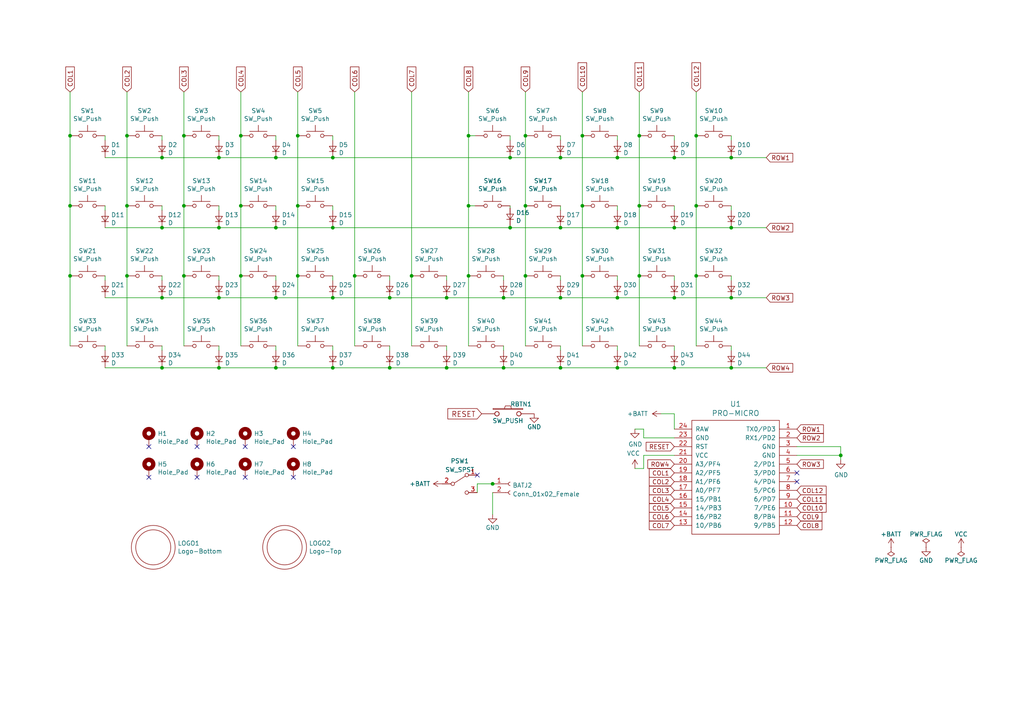
<source format=kicad_sch>
(kicad_sch (version 20230121) (generator eeschema)
  (paper "A4")
  (title_block (title "Horizon Choc") (date "2022-03-21") (rev "2.3") (company "skarrmann"))
  (lib_symbols
    (symbol "+BATT_1" (power) (pin_names (offset 0))
      (property "Value" "+BATT_1" (at 0 3.556 0))
      (symbol "+BATT_1_0_1"
        (polyline (pts (xy -0.762 1.27) (xy 0 2.54)))
        (polyline (pts (xy 0 0) (xy 0 2.54)))
        (polyline (pts (xy 0 2.54) (xy 0.762 1.27)))
      )
      (symbol "+BATT_1_1_1"
        (pin power_in line (at 0 0 90) (length 0) hide (name "+BATT") (number "1"))
      )
    )
    (symbol "Connector:Conn_01x02_Female" (pin_names (offset 1.016) hide)
      (property "Reference" "J" (at 0 2.54 0))
      (property "Value" "Conn_01x02_Female" (at 0 -5.08 0))
      (symbol "Conn_01x02_Female_1_1"
        (arc (start 0 -2.032) (mid -0.5058 -2.54) (end 0 -3.048) (stroke (width 0.1524)))
        (polyline (pts (xy -1.27 -2.54) (xy -0.508 -2.54)) (stroke (width 0.1524)))
        (polyline (pts (xy -1.27 0) (xy -0.508 0)) (stroke (width 0.1524)))
        (arc (start 0 0.508) (mid -0.5058 0) (end 0 -0.508) (stroke (width 0.1524)))
        (pin passive line (at -5.08 0 0) (length 3.81) (name "Pin_1") (number "1"))
        (pin passive line (at -5.08 -2.54 0) (length 3.81) (name "Pin_2") (number "2"))
      )
    )
    (symbol "Switch:SW_SPDT" (pin_names (offset 0) hide)
      (property "Reference" "SW" (at 0 4.318 0))
      (property "Value" "SW_SPDT" (at 0 -5.08 0))
      (symbol "SW_SPDT_0_0"
        (circle (center -2.032 0) (radius 0.508))
        (circle (center 2.032 -2.54) (radius 0.508))
      )
      (symbol "SW_SPDT_0_1"
        (polyline (pts (xy -1.524 0.254) (xy 1.651 2.286)))
        (circle (center 2.032 2.54) (radius 0.508))
      )
      (symbol "SW_SPDT_1_1"
        (pin passive line (at 5.08 2.54 180) (length 2.54) (name "A") (number "1"))
        (pin passive line (at -5.08 0 0) (length 2.54) (name "B") (number "2"))
        (pin passive line (at 5.08 -2.54 180) (length 2.54) (name "C") (number "3"))
      )
    )
    (symbol "horizon-components:D" (pin_numbers hide) (pin_names (offset 0.254) hide)
      (property "Reference" "D" (at -1.27 2.032 0))
      (property "Value" "D" (at -1.27 -2.032 0))
      (symbol "D_0_1"
        (polyline (pts (xy -0.762 -1.016) (xy -0.762 1.016)))
        (polyline (pts (xy -0.762 0) (xy 0.762 0)))
        (polyline (pts (xy 0.762 -1.016) (xy -0.762 0) (xy 0.762 1.016) (xy 0.762 -1.016)))
      )
      (symbol "D_1_1"
        (pin passive line (at -2.54 0 0) (length 1.778) (name "K") (number "1"))
        (pin passive line (at 2.54 0 180) (length 1.778) (name "A") (number "2"))
      )
    )
    (symbol "horizon-components:Hole_Pad" (pin_numbers hide) (pin_names (offset 1.016) hide)
      (property "Reference" "H" (at 0 6.35 0))
      (property "Value" "Hole_Pad" (at 0 4.445 0))
      (symbol "Hole_Pad_0_1"
        (circle (center 0 1.27) (radius 1.27) (stroke (width 1.27)))
      )
      (symbol "Hole_Pad_1_1"
        (pin input line (at 0 -2.54 90) (length 2.54) (name "1") (number "1"))
      )
    )
    (symbol "horizon-components:Logo" (pin_names (offset 1.016))
      (property "Reference" "LOGO" (at 0 -1.27 0))
      (property "Value" "Logo" (at 0 1.27 0))
      (symbol "Logo_0_1"
        (circle (center 0 0) (radius 5.08))
        (circle (center 0 0) (radius 6.35))
      )
    )
    (symbol "horizon-components:Pro-Micro" (pin_names (offset 1.016))
      (property "Reference" "U" (at 0 0 0))
      (property "Value" "Pro-Micro" (at 0 -19.05 0))
      (symbol "Pro-Micro_0_1"
        (rectangle (start -12.7 -16.51) (end 12.7 16.51))
      )
      (symbol "Pro-Micro_1_1"
        (pin input line (at -17.78 13.97 0) (length 5.08) (name "TX0/PD3") (number "1"))
        (pin input line (at -17.78 -8.89 0) (length 5.08) (name "7/PE6") (number "10"))
        (pin input line (at -17.78 -11.43 0) (length 5.08) (name "8/PB4") (number "11"))
        (pin input line (at -17.78 -13.97 0) (length 5.08) (name "9/PB5") (number "12"))
        (pin input line (at 17.78 -13.97 180) (length 5.08) (name "10/PB6") (number "13"))
        (pin input line (at 17.78 -11.43 180) (length 5.08) (name "16/PB2") (number "14"))
        (pin input line (at 17.78 -8.89 180) (length 5.08) (name "14/PB3") (number "15"))
        (pin input line (at 17.78 -6.35 180) (length 5.08) (name "15/PB1") (number "16"))
        (pin input line (at 17.78 -3.81 180) (length 5.08) (name "A0/PF7") (number "17"))
        (pin input line (at 17.78 -1.27 180) (length 5.08) (name "A1/PF6") (number "18"))
        (pin input line (at 17.78 1.27 180) (length 5.08) (name "A2/PF5") (number "19"))
        (pin input line (at -17.78 11.43 0) (length 5.08) (name "RX1/PD2") (number "2"))
        (pin input line (at 17.78 3.81 180) (length 5.08) (name "A3/PF4") (number "20"))
        (pin input line (at 17.78 6.35 180) (length 5.08) (name "VCC") (number "21"))
        (pin input line (at 17.78 8.89 180) (length 5.08) (name "RST") (number "22"))
        (pin input line (at 17.78 11.43 180) (length 5.08) (name "GND") (number "23"))
        (pin input line (at 17.78 13.97 180) (length 5.08) (name "RAW") (number "24"))
        (pin input line (at -17.78 8.89 0) (length 5.08) (name "GND") (number "3"))
        (pin input line (at -17.78 6.35 0) (length 5.08) (name "GND") (number "4"))
        (pin input line (at -17.78 3.81 0) (length 5.08) (name "2/PD1") (number "5"))
        (pin input line (at -17.78 1.27 0) (length 5.08) (name "3/PD0") (number "6"))
        (pin input line (at -17.78 -1.27 0) (length 5.08) (name "4/PD4") (number "7"))
        (pin input line (at -17.78 -3.81 0) (length 5.08) (name "5/PC6") (number "8"))
        (pin input line (at -17.78 -6.35 0) (length 5.08) (name "6/PD7") (number "9"))
      )
    )
    (symbol "horizon-components:SW_Push" (pin_numbers hide) (pin_names (offset 1.016) hide)
      (property "Reference" "SW" (at 1.27 2.54 0))
      (property "Value" "SW_Push" (at 0 -1.524 0))
      (symbol "SW_Push_0_1"
        (circle (center -2.032 0) (radius 0.508))
        (polyline (pts (xy 0 1.27) (xy 0 3.048)))
        (polyline (pts (xy 2.54 1.27) (xy -2.54 1.27)))
        (circle (center 2.032 0) (radius 0.508))
        (pin passive line (at -5.08 0 0) (length 2.54) (name "1") (number "1"))
        (pin passive line (at 5.08 0 180) (length 2.54) (name "2") (number "2"))
      )
    )
    (symbol "kbd:SW_PUSH" (pin_numbers hide) (pin_names (offset 1.016) hide)
      (property "Reference" "SW" (at 3.81 2.794 0))
      (property "Value" "SW_PUSH" (at 0 -2.032 0))
      (symbol "SW_PUSH_0_1"
        (rectangle (start -4.318 1.27) (end 4.318 1.524))
        (polyline (pts (xy -1.016 1.524) (xy -0.762 2.286) (xy 0.762 2.286) (xy 1.016 1.524)))
        (pin passive inverted (at -7.62 0 0) (length 5.08) (name "1") (number "1"))
        (pin passive inverted (at 7.62 0 180) (length 5.08) (name "2") (number "2"))
      )
    )
    (symbol "power:+BATT" (power) (pin_names (offset 0))
      (property "Value" "+BATT" (at 0 3.556 0))
      (symbol "+BATT_0_1"
        (polyline (pts (xy -0.762 1.27) (xy 0 2.54)))
        (polyline (pts (xy 0 0) (xy 0 2.54)))
        (polyline (pts (xy 0 2.54) (xy 0.762 1.27)))
      )
      (symbol "+BATT_1_1"
        (pin power_in line (at 0 0 90) (length 0) hide (name "+BATT") (number "1"))
      )
    )
    (symbol "power:GND" (power) (pin_names (offset 0))
      (property "Value" "GND" (at 0 -3.81 0))
      (symbol "GND_0_1"
        (polyline (pts (xy 0 0) (xy 0 -1.27) (xy 1.27 -1.27) (xy 0 -2.54) (xy -1.27 -1.27) (xy 0 -1.27)))
      )
      (symbol "GND_1_1"
        (pin power_in line (at 0 0 270) (length 0) hide (name "GND") (number "1"))
      )
    )
    (symbol "power:PWR_FLAG" (power) (pin_numbers hide) (pin_names (offset 0) hide)
      (property "Value" "PWR_FLAG" (at 0 3.81 0))
      (symbol "PWR_FLAG_0_0"
        (pin power_out line (at 0 0 90) (length 0) (name "pwr") (number "1"))
      )
      (symbol "PWR_FLAG_0_1"
        (polyline (pts (xy 0 0) (xy 0 1.27) (xy -1.016 1.905) (xy 0 2.54) (xy 1.016 1.905) (xy 0 1.27)))
      )
    )
    (symbol "power:VCC" (power) (pin_names (offset 0))
      (property "Value" "VCC" (at 0 3.81 0))
      (symbol "VCC_0_1"
        (polyline (pts (xy -0.762 1.27) (xy 0 2.54)))
        (polyline (pts (xy 0 0) (xy 0 2.54)))
        (polyline (pts (xy 0 2.54) (xy 0.762 1.27)))
      )
      (symbol "VCC_1_1"
        (pin power_in line (at 0 0 90) (length 0) hide (name "VCC") (number "1"))
      )
    )
  )
  (junction (at 46.99 66.04))
  (junction (at 212.09 86.36))
  (junction (at 212.09 106.68))
  (junction (at 168.91 80.01))
  (junction (at 53.34 39.37))
  (junction (at 36.83 59.69))
  (junction (at 212.09 45.72))
  (junction (at 179.07 45.72))
  (junction (at 36.83 39.37))
  (junction (at 195.58 66.04))
  (junction (at 201.93 80.01))
  (junction (at 129.54 106.68))
  (junction (at 147.955 66.04))
  (junction (at 80.01 66.04))
  (junction (at 135.89 39.37))
  (junction (at 113.03 86.36))
  (junction (at 152.4 80.01))
  (junction (at 195.58 45.72))
  (junction (at 63.5 106.68))
  (junction (at 147.955 45.72))
  (junction (at 168.91 59.69))
  (junction (at 36.83 80.01))
  (junction (at 135.89 59.69))
  (junction (at 80.01 45.72))
  (junction (at 152.4 59.69))
  (junction (at 53.34 80.01))
  (junction (at 119.38 80.01))
  (junction (at 195.58 86.36))
  (junction (at 46.99 86.36))
  (junction (at 46.99 45.72))
  (junction (at 129.54 86.36))
  (junction (at 20.32 59.69))
  (junction (at 212.09 66.04))
  (junction (at 96.52 66.04))
  (junction (at 162.56 66.04))
  (junction (at 96.52 106.68))
  (junction (at 152.4 39.37))
  (junction (at 96.52 45.72))
  (junction (at 86.36 59.69))
  (junction (at 102.87 80.01))
  (junction (at 201.93 39.37))
  (junction (at 96.52 86.36))
  (junction (at 185.42 59.69))
  (junction (at 20.32 80.01))
  (junction (at 146.05 106.68))
  (junction (at 69.85 80.01))
  (junction (at 162.56 86.36))
  (junction (at 46.99 106.68))
  (junction (at 243.84 132.08))
  (junction (at 86.36 39.37))
  (junction (at 63.5 66.04))
  (junction (at 20.32 39.37))
  (junction (at 179.07 86.36))
  (junction (at 195.58 106.68))
  (junction (at 63.5 45.72))
  (junction (at 53.34 59.69))
  (junction (at 113.03 106.68))
  (junction (at 63.5 86.36))
  (junction (at 142.875 140.335))
  (junction (at 185.42 39.37))
  (junction (at 80.01 106.68))
  (junction (at 162.56 45.72))
  (junction (at 179.07 66.04))
  (junction (at 69.85 39.37))
  (junction (at 185.42 80.01))
  (junction (at 162.56 106.68))
  (junction (at 168.91 39.37))
  (junction (at 135.89 80.01))
  (junction (at 69.85 59.69))
  (junction (at 146.05 86.36))
  (junction (at 80.01 86.36))
  (junction (at 86.36 80.01))
  (junction (at 179.07 106.68))
  (junction (at 201.93 59.69))
  (no_connect (at 231.14 139.7))
  (no_connect (at 85.09 138.43))
  (no_connect (at 138.43 137.795))
  (no_connect (at 85.09 129.54))
  (no_connect (at 57.15 138.43))
  (no_connect (at 71.12 129.54))
  (no_connect (at 43.18 129.54))
  (no_connect (at 231.14 137.16))
  (no_connect (at 43.18 138.43))
  (no_connect (at 57.15 129.54))
  (no_connect (at 71.12 138.43))
  (wire (pts (xy 20.32 26.67) (xy 20.32 39.37)))
  (wire (pts (xy 63.5 66.04) (xy 80.01 66.04)))
  (wire (pts (xy 231.14 129.54) (xy 243.84 129.54)))
  (wire (pts (xy 152.4 59.69) (xy 152.4 80.01)))
  (wire (pts (xy 179.07 106.68) (xy 195.58 106.68)))
  (wire (pts (xy 146.05 100.33) (xy 146.05 101.6)))
  (wire (pts (xy 179.07 80.01) (xy 179.07 81.28)))
  (wire (pts (xy 212.09 106.68) (xy 222.25 106.68)))
  (wire (pts (xy 135.89 39.37) (xy 135.89 59.69)))
  (wire (pts (xy 185.42 80.01) (xy 185.42 100.33)))
  (wire (pts (xy 195.58 39.37) (xy 195.58 40.64)))
  (wire (pts (xy 63.5 80.01) (xy 63.5 81.28)))
  (wire (pts (xy 86.36 59.69) (xy 86.36 80.01)))
  (wire (pts (xy 135.89 80.01) (xy 135.89 100.33)))
  (wire (pts (xy 212.09 66.04) (xy 222.25 66.04)))
  (wire (pts (xy 80.01 100.33) (xy 80.01 101.6)))
  (wire (pts (xy 30.48 86.36) (xy 46.99 86.36)))
  (wire (pts (xy 86.36 26.67) (xy 86.36 39.37)))
  (wire (pts (xy 162.56 106.68) (xy 179.07 106.68)))
  (wire (pts (xy 30.48 106.68) (xy 46.99 106.68)))
  (wire (pts (xy 46.99 66.04) (xy 63.5 66.04)))
  (wire (pts (xy 147.955 59.69) (xy 147.955 60.325)))
  (wire (pts (xy 63.5 45.72) (xy 80.01 45.72)))
  (wire (pts (xy 195.58 127) (xy 186.69 127)))
  (wire (pts (xy 86.36 80.01) (xy 86.36 100.33)))
  (wire (pts (xy 185.42 39.37) (xy 185.42 59.69)))
  (wire (pts (xy 168.91 39.37) (xy 168.91 59.69)))
  (wire (pts (xy 96.52 66.04) (xy 147.955 66.04)))
  (wire (pts (xy 212.09 45.72) (xy 222.25 45.72)))
  (wire (pts (xy 201.93 59.69) (xy 201.93 80.01)))
  (wire (pts (xy 63.5 86.36) (xy 80.01 86.36)))
  (wire (pts (xy 46.99 45.72) (xy 63.5 45.72)))
  (wire (pts (xy 186.69 127) (xy 186.69 124.46)))
  (wire (pts (xy 186.69 135.89) (xy 184.15 135.89)))
  (wire (pts (xy 179.07 39.37) (xy 179.07 40.64)))
  (wire (pts (xy 53.34 59.69) (xy 53.34 80.01)))
  (wire (pts (xy 195.58 132.08) (xy 186.69 132.08)))
  (wire (pts (xy 142.875 142.875) (xy 142.875 149.225)))
  (wire (pts (xy 146.05 86.36) (xy 162.56 86.36)))
  (wire (pts (xy 80.01 39.37) (xy 80.01 40.64)))
  (wire (pts (xy 147.955 66.04) (xy 162.56 66.04)))
  (wire (pts (xy 212.09 100.33) (xy 212.09 101.6)))
  (wire (pts (xy 46.99 39.37) (xy 46.99 40.64)))
  (wire (pts (xy 96.52 106.68) (xy 113.03 106.68)))
  (wire (pts (xy 20.32 39.37) (xy 20.32 59.69)))
  (wire (pts (xy 143.51 140.335) (xy 142.875 140.335)))
  (wire (pts (xy 46.99 59.69) (xy 46.99 60.96)))
  (wire (pts (xy 152.4 39.37) (xy 152.4 59.69)))
  (wire (pts (xy 162.56 100.33) (xy 162.56 101.6)))
  (wire (pts (xy 152.4 80.01) (xy 152.4 100.33)))
  (wire (pts (xy 195.58 86.36) (xy 212.09 86.36)))
  (wire (pts (xy 96.52 100.33) (xy 96.52 101.6)))
  (wire (pts (xy 113.03 80.01) (xy 113.03 81.28)))
  (wire (pts (xy 162.56 59.69) (xy 162.56 60.96)))
  (wire (pts (xy 46.99 86.36) (xy 63.5 86.36)))
  (wire (pts (xy 102.87 26.67) (xy 102.87 80.01)))
  (wire (pts (xy 212.09 86.36) (xy 222.25 86.36)))
  (wire (pts (xy 63.5 59.69) (xy 63.5 60.96)))
  (wire (pts (xy 195.58 66.04) (xy 212.09 66.04)))
  (wire (pts (xy 162.56 66.04) (xy 179.07 66.04)))
  (wire (pts (xy 186.69 132.08) (xy 186.69 135.89)))
  (wire (pts (xy 179.07 86.36) (xy 195.58 86.36)))
  (wire (pts (xy 243.84 129.54) (xy 243.84 132.08)))
  (wire (pts (xy 135.89 59.69) (xy 135.89 80.01)))
  (wire (pts (xy 53.34 26.67) (xy 53.34 39.37)))
  (wire (pts (xy 119.38 80.01) (xy 119.38 100.33)))
  (wire (pts (xy 96.52 80.01) (xy 96.52 81.28)))
  (wire (pts (xy 195.58 80.01) (xy 195.58 81.28)))
  (wire (pts (xy 201.93 39.37) (xy 201.93 59.69)))
  (wire (pts (xy 185.42 59.69) (xy 185.42 80.01)))
  (wire (pts (xy 36.83 26.67) (xy 36.83 39.37)))
  (wire (pts (xy 80.01 66.04) (xy 96.52 66.04)))
  (wire (pts (xy 113.03 106.68) (xy 129.54 106.68)))
  (wire (pts (xy 146.05 106.68) (xy 162.56 106.68)))
  (wire (pts (xy 46.99 106.68) (xy 63.5 106.68)))
  (wire (pts (xy 147.955 45.72) (xy 162.56 45.72)))
  (wire (pts (xy 96.52 39.37) (xy 96.52 40.64)))
  (wire (pts (xy 146.05 80.01) (xy 146.05 81.28)))
  (wire (pts (xy 195.58 106.68) (xy 212.09 106.68)))
  (wire (pts (xy 168.91 26.67) (xy 168.91 39.37)))
  (wire (pts (xy 179.07 45.72) (xy 195.58 45.72)))
  (wire (pts (xy 30.48 100.33) (xy 30.48 101.6)))
  (wire (pts (xy 30.48 66.04) (xy 46.99 66.04)))
  (wire (pts (xy 53.34 39.37) (xy 53.34 59.69)))
  (wire (pts (xy 20.32 59.69) (xy 20.32 80.01)))
  (wire (pts (xy 102.87 80.01) (xy 102.87 100.33)))
  (wire (pts (xy 195.58 45.72) (xy 212.09 45.72)))
  (wire (pts (xy 135.89 26.67) (xy 135.89 39.37)))
  (wire (pts (xy 53.34 80.01) (xy 53.34 100.33)))
  (wire (pts (xy 191.77 120.015) (xy 195.58 120.015)))
  (wire (pts (xy 69.85 26.67) (xy 69.85 39.37)))
  (wire (pts (xy 30.48 45.72) (xy 46.99 45.72)))
  (wire (pts (xy 147.955 65.405) (xy 147.955 66.04)))
  (wire (pts (xy 129.54 100.33) (xy 129.54 101.6)))
  (wire (pts (xy 195.58 59.69) (xy 195.58 60.96)))
  (wire (pts (xy 147.955 39.37) (xy 147.955 40.64)))
  (wire (pts (xy 80.01 45.72) (xy 96.52 45.72)))
  (wire (pts (xy 201.93 80.01) (xy 201.93 100.33)))
  (wire (pts (xy 30.48 80.01) (xy 30.48 81.28)))
  (wire (pts (xy 86.36 39.37) (xy 86.36 59.69)))
  (wire (pts (xy 96.52 45.72) (xy 147.955 45.72)))
  (wire (pts (xy 179.07 59.69) (xy 179.07 60.96)))
  (wire (pts (xy 168.91 59.69) (xy 168.91 80.01)))
  (wire (pts (xy 162.56 86.36) (xy 179.07 86.36)))
  (wire (pts (xy 69.85 59.69) (xy 69.85 80.01)))
  (wire (pts (xy 46.99 80.01) (xy 46.99 81.28)))
  (wire (pts (xy 80.01 80.01) (xy 80.01 81.28)))
  (wire (pts (xy 152.4 26.67) (xy 152.4 39.37)))
  (wire (pts (xy 138.43 140.335) (xy 138.43 142.875)))
  (wire (pts (xy 162.56 39.37) (xy 162.56 40.64)))
  (wire (pts (xy 212.09 39.37) (xy 212.09 40.64)))
  (wire (pts (xy 30.48 39.37) (xy 30.48 40.64)))
  (wire (pts (xy 195.58 100.33) (xy 195.58 101.6)))
  (wire (pts (xy 113.03 100.33) (xy 113.03 101.6)))
  (wire (pts (xy 195.58 120.015) (xy 195.58 124.46)))
  (wire (pts (xy 80.01 106.68) (xy 96.52 106.68)))
  (wire (pts (xy 212.09 59.69) (xy 212.09 60.96)))
  (wire (pts (xy 36.83 59.69) (xy 36.83 80.01)))
  (wire (pts (xy 96.52 86.36) (xy 113.03 86.36)))
  (wire (pts (xy 36.83 80.01) (xy 36.83 100.33)))
  (wire (pts (xy 162.56 45.72) (xy 179.07 45.72)))
  (wire (pts (xy 179.07 66.04) (xy 195.58 66.04)))
  (wire (pts (xy 243.84 132.08) (xy 243.84 133.35)))
  (wire (pts (xy 231.14 132.08) (xy 243.84 132.08)))
  (wire (pts (xy 80.01 59.69) (xy 80.01 60.96)))
  (wire (pts (xy 212.09 80.01) (xy 212.09 81.28)))
  (wire (pts (xy 69.85 39.37) (xy 69.85 59.69)))
  (wire (pts (xy 36.83 39.37) (xy 36.83 59.69)))
  (wire (pts (xy 80.01 86.36) (xy 96.52 86.36)))
  (wire (pts (xy 96.52 59.69) (xy 96.52 60.96)))
  (wire (pts (xy 129.54 80.01) (xy 129.54 81.28)))
  (wire (pts (xy 69.85 80.01) (xy 69.85 100.33)))
  (wire (pts (xy 185.42 26.67) (xy 185.42 39.37)))
  (wire (pts (xy 179.07 100.33) (xy 179.07 101.6)))
  (wire (pts (xy 63.5 39.37) (xy 63.5 40.64)))
  (wire (pts (xy 20.32 80.01) (xy 20.32 100.33)))
  (wire (pts (xy 129.54 106.68) (xy 146.05 106.68)))
  (wire (pts (xy 129.54 86.36) (xy 146.05 86.36)))
  (wire (pts (xy 63.5 100.33) (xy 63.5 101.6)))
  (wire (pts (xy 138.43 140.335) (xy 142.875 140.335)))
  (wire (pts (xy 113.03 86.36) (xy 129.54 86.36)))
  (wire (pts (xy 186.69 124.46) (xy 184.15 124.46)))
  (wire (pts (xy 135.89 39.37) (xy 137.795 39.37)))
  (wire (pts (xy 119.38 26.67) (xy 119.38 80.01)))
  (wire (pts (xy 168.91 80.01) (xy 168.91 100.33)))
  (wire (pts (xy 46.99 100.33) (xy 46.99 101.6)))
  (wire (pts (xy 30.48 59.69) (xy 30.48 60.96)))
  (wire (pts (xy 201.93 26.67) (xy 201.93 39.37)))
  (wire (pts (xy 135.89 59.69) (xy 137.795 59.69)))
  (wire (pts (xy 63.5 106.68) (xy 80.01 106.68)))
  (wire (pts (xy 162.56 80.01) (xy 162.56 81.28)))
  (global_label "COL10" (shape input) (at 168.91 26.67 90) (property "Intersheetrefs" "${INTERSHEET_REFS}" (effects hide)))
  (global_label "COL6" (shape input) (at 102.87 26.67 90) (property "Intersheetrefs" "${INTERSHEET_REFS}" (effects hide)))
  (global_label "COL8" (shape input) (at 231.14 152.4 0) (property "Intersheetrefs" "${INTERSHEET_REFS}" (effects hide)))
  (global_label "COL4" (shape input) (at 69.85 26.67 90) (property "Intersheetrefs" "${INTERSHEET_REFS}" (effects hide)))
  (global_label "COL9" (shape input) (at 152.4 26.67 90) (property "Intersheetrefs" "${INTERSHEET_REFS}" (effects hide)))
  (global_label "COL2" (shape input) (at 195.58 139.7 180) (property "Intersheetrefs" "${INTERSHEET_REFS}" (effects hide)))
  (global_label "ROW4" (shape input) (at 222.25 106.68 0) (property "Intersheetrefs" "${INTERSHEET_REFS}" (effects hide)))
  (global_label "ROW2" (shape input) (at 222.25 66.04 0) (property "Intersheetrefs" "${INTERSHEET_REFS}" (effects hide)))
  (global_label "COL9" (shape input) (at 231.14 149.86 0) (property "Intersheetrefs" "${INTERSHEET_REFS}" (effects hide)))
  (global_label "COL6" (shape input) (at 195.58 149.86 180) (property "Intersheetrefs" "${INTERSHEET_REFS}" (effects hide)))
  (global_label "COL5" (shape input) (at 195.58 147.32 180) (property "Intersheetrefs" "${INTERSHEET_REFS}" (effects hide)))
  (global_label "COL12" (shape input) (at 201.93 26.67 90) (property "Intersheetrefs" "${INTERSHEET_REFS}" (effects hide)))
  (global_label "RESET" (shape input) (at 195.58 129.54 180) (property "Intersheetrefs" "${INTERSHEET_REFS}" (effects hide)))
  (global_label "COL3" (shape input) (at 53.34 26.67 90) (property "Intersheetrefs" "${INTERSHEET_REFS}" (effects hide)))
  (global_label "COL1" (shape input) (at 20.32 26.67 90) (property "Intersheetrefs" "${INTERSHEET_REFS}" (effects hide)))
  (global_label "COL3" (shape input) (at 195.58 142.24 180) (property "Intersheetrefs" "${INTERSHEET_REFS}" (effects hide)))
  (global_label "COL10" (shape input) (at 231.14 147.32 0) (property "Intersheetrefs" "${INTERSHEET_REFS}" (effects hide)))
  (global_label "ROW1" (shape input) (at 222.25 45.72 0) (property "Intersheetrefs" "${INTERSHEET_REFS}" (effects hide)))
  (global_label "COL11" (shape input) (at 185.42 26.67 90) (property "Intersheetrefs" "${INTERSHEET_REFS}" (effects hide)))
  (global_label "COL11" (shape input) (at 231.14 144.78 0) (property "Intersheetrefs" "${INTERSHEET_REFS}" (effects hide)))
  (global_label "COL4" (shape input) (at 195.58 144.78 180) (property "Intersheetrefs" "${INTERSHEET_REFS}" (effects hide)))
  (global_label "ROW2" (shape input) (at 231.14 127 0) (property "Intersheetrefs" "${INTERSHEET_REFS}" (effects hide)))
  (global_label "COL8" (shape input) (at 135.89 26.67 90) (property "Intersheetrefs" "${INTERSHEET_REFS}" (effects hide)))
  (global_label "COL1" (shape input) (at 195.58 137.16 180) (property "Intersheetrefs" "${INTERSHEET_REFS}" (effects hide)))
  (global_label "RESET" (shape input) (at 139.7 120.015 180) (effects (font (size 1.524 1.524))) (property "Intersheetrefs" "${INTERSHEET_REFS}" (effects hide)))
  (global_label "ROW3" (shape input) (at 231.14 134.62 0) (property "Intersheetrefs" "${INTERSHEET_REFS}" (effects hide)))
  (global_label "COL5" (shape input) (at 86.36 26.67 90) (property "Intersheetrefs" "${INTERSHEET_REFS}" (effects hide)))
  (global_label "COL12" (shape input) (at 231.14 142.24 0) (property "Intersheetrefs" "${INTERSHEET_REFS}" (effects hide)))
  (global_label "ROW3" (shape input) (at 222.25 86.36 0) (property "Intersheetrefs" "${INTERSHEET_REFS}" (effects hide)))
  (global_label "ROW4" (shape input) (at 195.58 134.62 180) (property "Intersheetrefs" "${INTERSHEET_REFS}" (effects hide)))
  (global_label "COL7" (shape input) (at 119.38 26.67 90) (property "Intersheetrefs" "${INTERSHEET_REFS}" (effects hide)))
  (global_label "COL2" (shape input) (at 36.83 26.67 90) (property "Intersheetrefs" "${INTERSHEET_REFS}" (effects hide)))
  (global_label "ROW1" (shape input) (at 231.14 124.46 0) (property "Intersheetrefs" "${INTERSHEET_REFS}" (effects hide)))
  (global_label "COL7" (shape input) (at 195.58 152.4 180) (property "Intersheetrefs" "${INTERSHEET_REFS}" (effects hide)))
  (symbol (lib_id "horizon-components:SW_Push") (at 25.4 39.37 0) (unit 1)
    (property "Reference" "SW1" (at 25.4 32.131 0))
    (property "Value" "SW_Push" (at 25.4 34.4424 0))
    (property "Footprint" "horizon-footprints:SW_Choc" (effects hide))
  )
  (symbol (lib_id "horizon-components:SW_Push") (at 25.4 59.69 0) (unit 1)
    (property "Reference" "SW11" (at 25.4 52.451 0))
    (property "Value" "SW_Push" (at 25.4 54.7624 0))
    (property "Footprint" "horizon-footprints:SW_Choc" (effects hide))
  )
  (symbol (lib_id "horizon-components:D") (at 30.48 63.5 90) (unit 1)
    (property "Reference" "D11" (at 32.2072 62.3316 90) (effects (justify right)))
    (property "Value" "D" (at 32.2072 64.643 90) (effects (justify right)))
    (property "Footprint" "horizon-footprints:D_SOD-123" (effects hide))
  )
  (symbol (lib_id "horizon-components:Pro-Micro") (at 213.36 138.43 0) (mirror y) (unit 1)
    (property "Reference" "U1" (at 213.36 117.1702 0) (effects (font (size 1.524 1.524))))
    (property "Value" "PRO-MICRO" (at 213.36 119.8626 0) (effects (font (size 1.524 1.524))))
    (property "Footprint" "horizon-footprints:Pro-Micro" (effects hide))
  )
  (symbol (lib_id "power:GND") (at 243.84 133.35 0) (unit 1)
    (property "Reference" "#PWR04" (effects hide))
    (property "Value" "GND" (at 243.967 137.7442 0))
  )
  (symbol (lib_id "horizon-components:D") (at 30.48 43.18 90) (unit 1)
    (property "Reference" "D1" (at 32.2072 42.0116 90) (effects (justify right)))
    (property "Value" "D" (at 32.2072 44.323 90) (effects (justify right)))
    (property "Footprint" "horizon-footprints:D_SOD-123" (effects hide))
  )
  (symbol (lib_id "power:VCC") (at 184.15 135.89 0) (mirror y) (unit 1)
    (property "Reference" "#PWR05" (effects hide))
    (property "Value" "VCC" (at 183.7182 131.4958 0))
  )
  (symbol (lib_id "horizon-components:SW_Push") (at 25.4 80.01 0) (unit 1)
    (property "Reference" "SW21" (at 25.4 72.771 0))
    (property "Value" "SW_Push" (at 25.4 75.0824 0))
    (property "Footprint" "horizon-footprints:SW_Choc" (effects hide))
  )
  (symbol (lib_id "horizon-components:D") (at 30.48 83.82 90) (unit 1)
    (property "Reference" "D21" (at 32.2072 82.6516 90) (effects (justify right)))
    (property "Value" "D" (at 32.2072 84.963 90) (effects (justify right)))
    (property "Footprint" "horizon-footprints:D_SOD-123" (effects hide))
  )
  (symbol (lib_id "horizon-components:SW_Push") (at 25.4 100.33 0) (unit 1)
    (property "Reference" "SW33" (at 25.4 93.091 0))
    (property "Value" "SW_Push" (at 25.4 95.4024 0))
    (property "Footprint" "horizon-footprints:SW_Choc" (effects hide))
  )
  (symbol (lib_id "horizon-components:D") (at 30.48 104.14 90) (unit 1)
    (property "Reference" "D33" (at 32.2072 102.9716 90) (effects (justify right)))
    (property "Value" "D" (at 32.2072 105.283 90) (effects (justify right)))
    (property "Footprint" "horizon-footprints:D_SOD-123" (effects hide))
  )
  (symbol (lib_id "horizon-components:Hole_Pad") (at 43.18 127 0) (unit 1)
    (property "Reference" "H1" (at 45.72 125.7554 0) (effects (justify left)))
    (property "Value" "Hole_Pad" (at 45.72 128.0668 0) (effects (justify left)))
    (property "Footprint" "horizon-footprints:Mount_M2" (effects hide))
  )
  (symbol (lib_id "horizon-components:Hole_Pad") (at 57.15 127 0) (unit 1)
    (property "Reference" "H2" (at 59.69 125.7554 0) (effects (justify left)))
    (property "Value" "Hole_Pad" (at 59.69 128.0668 0) (effects (justify left)))
    (property "Footprint" "horizon-footprints:Mount_M2" (effects hide))
  )
  (symbol (lib_id "horizon-components:Hole_Pad") (at 71.12 127 0) (unit 1)
    (property "Reference" "H3" (at 73.66 125.7554 0) (effects (justify left)))
    (property "Value" "Hole_Pad" (at 73.66 128.0668 0) (effects (justify left)))
    (property "Footprint" "horizon-footprints:Mount_M2" (effects hide))
  )
  (symbol (lib_id "horizon-components:Hole_Pad") (at 85.09 127 0) (unit 1)
    (property "Reference" "H4" (at 87.63 125.7554 0) (effects (justify left)))
    (property "Value" "Hole_Pad" (at 87.63 128.0668 0) (effects (justify left)))
    (property "Footprint" "horizon-footprints:Mount_M2" (effects hide))
  )
  (symbol (lib_id "horizon-components:Logo") (at 44.45 158.75 0) (unit 1)
    (property "Reference" "LOGO1" (at 51.5112 157.5816 0) (effects (justify left)))
    (property "Value" "Logo-Bottom" (at 51.5112 159.893 0) (effects (justify left)))
    (property "Footprint" "horizon-footprints:Logo_Horizon_Small" (effects hide))
  )
  (symbol (lib_id "horizon-components:D") (at 129.54 83.82 90) (unit 1)
    (property "Reference" "D27" (at 131.2672 82.6516 90) (effects (justify right)))
    (property "Value" "D" (at 131.2672 84.963 90) (effects (justify right)))
    (property "Footprint" "horizon-footprints:D_SOD-123" (effects hide))
  )
  (symbol (lib_id "horizon-components:SW_Push") (at 124.46 80.01 0) (unit 1)
    (property "Reference" "SW27" (at 124.46 72.771 0))
    (property "Value" "SW_Push" (at 124.46 75.0824 0))
    (property "Footprint" "horizon-footprints:SW_Choc" (effects hide))
  )
  (symbol (lib_id "horizon-components:D") (at 146.05 83.82 90) (unit 1)
    (property "Reference" "D28" (at 147.7772 82.6516 90) (effects (justify right)))
    (property "Value" "D" (at 147.7772 84.963 90) (effects (justify right)))
    (property "Footprint" "horizon-footprints:D_SOD-123" (effects hide))
  )
  (symbol (lib_id "horizon-components:SW_Push") (at 140.97 80.01 0) (unit 1)
    (property "Reference" "SW28" (at 140.97 72.771 0))
    (property "Value" "SW_Push" (at 140.97 75.0824 0))
    (property "Footprint" "horizon-footprints:SW_Choc" (effects hide))
  )
  (symbol (lib_id "horizon-components:D") (at 46.99 83.82 90) (unit 1)
    (property "Reference" "D22" (at 48.7172 82.6516 90) (effects (justify right)))
    (property "Value" "D" (at 48.7172 84.963 90) (effects (justify right)))
    (property "Footprint" "horizon-footprints:D_SOD-123" (effects hide))
  )
  (symbol (lib_id "horizon-components:SW_Push") (at 41.91 80.01 0) (unit 1)
    (property "Reference" "SW22" (at 41.91 72.771 0))
    (property "Value" "SW_Push" (at 41.91 75.0824 0))
    (property "Footprint" "horizon-footprints:SW_Choc" (effects hide))
  )
  (symbol (lib_id "horizon-components:D") (at 46.99 43.18 90) (unit 1)
    (property "Reference" "D2" (at 48.7172 42.0116 90) (effects (justify right)))
    (property "Value" "D" (at 48.7172 44.323 90) (effects (justify right)))
    (property "Footprint" "horizon-footprints:D_SOD-123" (effects hide))
  )
  (symbol (lib_id "horizon-components:SW_Push") (at 41.91 39.37 0) (unit 1)
    (property "Reference" "SW2" (at 41.91 32.131 0))
    (property "Value" "SW_Push" (at 41.91 34.4424 0))
    (property "Footprint" "horizon-footprints:SW_Choc" (effects hide))
  )
  (symbol (lib_id "horizon-components:D") (at 46.99 63.5 90) (unit 1)
    (property "Reference" "D12" (at 48.7172 62.3316 90) (effects (justify right)))
    (property "Value" "D" (at 48.7172 64.643 90) (effects (justify right)))
    (property "Footprint" "horizon-footprints:D_SOD-123" (effects hide))
  )
  (symbol (lib_id "horizon-components:SW_Push") (at 41.91 59.69 0) (unit 1)
    (property "Reference" "SW12" (at 41.91 52.451 0))
    (property "Value" "SW_Push" (at 41.91 54.7624 0))
    (property "Footprint" "horizon-footprints:SW_Choc" (effects hide))
  )
  (symbol (lib_id "horizon-components:SW_Push") (at 41.91 100.33 0) (unit 1)
    (property "Reference" "SW34" (at 41.91 93.091 0))
    (property "Value" "SW_Push" (at 41.91 95.4024 0))
    (property "Footprint" "horizon-footprints:SW_Choc" (effects hide))
  )
  (symbol (lib_id "horizon-components:D") (at 46.99 104.14 90) (unit 1)
    (property "Reference" "D34" (at 48.7172 102.9716 90) (effects (justify right)))
    (property "Value" "D" (at 48.7172 105.283 90) (effects (justify right)))
    (property "Footprint" "horizon-footprints:D_SOD-123" (effects hide))
  )
  (symbol (lib_id "horizon-components:D") (at 63.5 83.82 90) (unit 1)
    (property "Reference" "D23" (at 65.2272 82.6516 90) (effects (justify right)))
    (property "Value" "D" (at 65.2272 84.963 90) (effects (justify right)))
    (property "Footprint" "horizon-footprints:D_SOD-123" (effects hide))
  )
  (symbol (lib_id "horizon-components:SW_Push") (at 58.42 80.01 0) (unit 1)
    (property "Reference" "SW23" (at 58.42 72.771 0))
    (property "Value" "SW_Push" (at 58.42 75.0824 0))
    (property "Footprint" "horizon-footprints:SW_Choc" (effects hide))
  )
  (symbol (lib_id "horizon-components:D") (at 63.5 43.18 90) (unit 1)
    (property "Reference" "D3" (at 65.2272 42.0116 90) (effects (justify right)))
    (property "Value" "D" (at 65.2272 44.323 90) (effects (justify right)))
    (property "Footprint" "horizon-footprints:D_SOD-123" (effects hide))
  )
  (symbol (lib_id "horizon-components:SW_Push") (at 58.42 39.37 0) (unit 1)
    (property "Reference" "SW3" (at 58.42 32.131 0))
    (property "Value" "SW_Push" (at 58.42 34.4424 0))
    (property "Footprint" "horizon-footprints:SW_Choc" (effects hide))
  )
  (symbol (lib_id "horizon-components:D") (at 63.5 63.5 90) (unit 1)
    (property "Reference" "D13" (at 65.2272 62.3316 90) (effects (justify right)))
    (property "Value" "D" (at 65.2272 64.643 90) (effects (justify right)))
    (property "Footprint" "horizon-footprints:D_SOD-123" (effects hide))
  )
  (symbol (lib_id "horizon-components:SW_Push") (at 58.42 59.69 0) (unit 1)
    (property "Reference" "SW13" (at 58.42 52.451 0))
    (property "Value" "SW_Push" (at 58.42 54.7624 0))
    (property "Footprint" "horizon-footprints:SW_Choc" (effects hide))
  )
  (symbol (lib_id "horizon-components:SW_Push") (at 58.42 100.33 0) (unit 1)
    (property "Reference" "SW35" (at 58.42 93.091 0))
    (property "Value" "SW_Push" (at 58.42 95.4024 0))
    (property "Footprint" "horizon-footprints:SW_Choc" (effects hide))
  )
  (symbol (lib_id "horizon-components:D") (at 63.5 104.14 90) (unit 1)
    (property "Reference" "D35" (at 65.2272 102.9716 90) (effects (justify right)))
    (property "Value" "D" (at 65.2272 105.283 90) (effects (justify right)))
    (property "Footprint" "horizon-footprints:D_SOD-123" (effects hide))
  )
  (symbol (lib_id "horizon-components:D") (at 80.01 83.82 90) (unit 1)
    (property "Reference" "D24" (at 81.7372 82.6516 90) (effects (justify right)))
    (property "Value" "D" (at 81.7372 84.963 90) (effects (justify right)))
    (property "Footprint" "horizon-footprints:D_SOD-123" (effects hide))
  )
  (symbol (lib_id "horizon-components:SW_Push") (at 74.93 80.01 0) (unit 1)
    (property "Reference" "SW24" (at 74.93 72.771 0))
    (property "Value" "SW_Push" (at 74.93 75.0824 0))
    (property "Footprint" "horizon-footprints:SW_Choc" (effects hide))
  )
  (symbol (lib_id "horizon-components:D") (at 80.01 43.18 90) (unit 1)
    (property "Reference" "D4" (at 81.7372 42.0116 90) (effects (justify right)))
    (property "Value" "D" (at 81.7372 44.323 90) (effects (justify right)))
    (property "Footprint" "horizon-footprints:D_SOD-123" (effects hide))
  )
  (symbol (lib_id "horizon-components:SW_Push") (at 74.93 39.37 0) (unit 1)
    (property "Reference" "SW4" (at 74.93 32.131 0))
    (property "Value" "SW_Push" (at 74.93 34.4424 0))
    (property "Footprint" "horizon-footprints:SW_Choc" (effects hide))
  )
  (symbol (lib_id "horizon-components:D") (at 80.01 63.5 90) (unit 1)
    (property "Reference" "D14" (at 81.7372 62.3316 90) (effects (justify right)))
    (property "Value" "D" (at 81.7372 64.643 90) (effects (justify right)))
    (property "Footprint" "horizon-footprints:D_SOD-123" (effects hide))
  )
  (symbol (lib_id "horizon-components:SW_Push") (at 74.93 59.69 0) (unit 1)
    (property "Reference" "SW14" (at 74.93 52.451 0))
    (property "Value" "SW_Push" (at 74.93 54.7624 0))
    (property "Footprint" "horizon-footprints:SW_Choc" (effects hide))
  )
  (symbol (lib_id "horizon-components:SW_Push") (at 74.93 100.33 0) (unit 1)
    (property "Reference" "SW36" (at 74.93 93.091 0))
    (property "Value" "SW_Push" (at 74.93 95.4024 0))
    (property "Footprint" "horizon-footprints:SW_Choc" (effects hide))
  )
  (symbol (lib_id "horizon-components:D") (at 80.01 104.14 90) (unit 1)
    (property "Reference" "D36" (at 81.7372 102.9716 90) (effects (justify right)))
    (property "Value" "D" (at 81.7372 105.283 90) (effects (justify right)))
    (property "Footprint" "horizon-footprints:D_SOD-123" (effects hide))
  )
  (symbol (lib_id "horizon-components:D") (at 96.52 83.82 90) (unit 1)
    (property "Reference" "D25" (at 98.2472 82.6516 90) (effects (justify right)))
    (property "Value" "D" (at 98.2472 84.963 90) (effects (justify right)))
    (property "Footprint" "horizon-footprints:D_SOD-123" (effects hide))
  )
  (symbol (lib_id "horizon-components:SW_Push") (at 91.44 80.01 0) (unit 1)
    (property "Reference" "SW25" (at 91.44 72.771 0))
    (property "Value" "SW_Push" (at 91.44 75.0824 0))
    (property "Footprint" "horizon-footprints:SW_Choc" (effects hide))
  )
  (symbol (lib_id "horizon-components:D") (at 96.52 43.18 90) (unit 1)
    (property "Reference" "D5" (at 98.2472 42.0116 90) (effects (justify right)))
    (property "Value" "D" (at 98.2472 44.323 90) (effects (justify right)))
    (property "Footprint" "horizon-footprints:D_SOD-123" (effects hide))
  )
  (symbol (lib_id "horizon-components:SW_Push") (at 91.44 39.37 0) (unit 1)
    (property "Reference" "SW5" (at 91.44 32.131 0))
    (property "Value" "SW_Push" (at 91.44 34.4424 0))
    (property "Footprint" "horizon-footprints:SW_Choc" (effects hide))
  )
  (symbol (lib_id "horizon-components:D") (at 96.52 63.5 90) (unit 1)
    (property "Reference" "D15" (at 98.2472 62.3316 90) (effects (justify right)))
    (property "Value" "D" (at 98.2472 64.643 90) (effects (justify right)))
    (property "Footprint" "horizon-footprints:D_SOD-123" (effects hide))
  )
  (symbol (lib_id "horizon-components:SW_Push") (at 91.44 59.69 0) (unit 1)
    (property "Reference" "SW15" (at 91.44 52.451 0))
    (property "Value" "SW_Push" (at 91.44 54.7624 0))
    (property "Footprint" "horizon-footprints:SW_Choc" (effects hide))
  )
  (symbol (lib_id "horizon-components:SW_Push") (at 91.44 100.33 0) (unit 1)
    (property "Reference" "SW37" (at 91.44 93.091 0))
    (property "Value" "SW_Push" (at 91.44 95.4024 0))
    (property "Footprint" "horizon-footprints:SW_Choc" (effects hide))
  )
  (symbol (lib_id "horizon-components:D") (at 96.52 104.14 90) (unit 1)
    (property "Reference" "D37" (at 98.2472 102.9716 90) (effects (justify right)))
    (property "Value" "D" (at 98.2472 105.283 90) (effects (justify right)))
    (property "Footprint" "horizon-footprints:D_SOD-123" (effects hide))
  )
  (symbol (lib_id "horizon-components:D") (at 113.03 83.82 90) (unit 1)
    (property "Reference" "D26" (at 114.7572 82.6516 90) (effects (justify right)))
    (property "Value" "D" (at 114.7572 84.963 90) (effects (justify right)))
    (property "Footprint" "horizon-footprints:D_SOD-123" (effects hide))
  )
  (symbol (lib_id "horizon-components:SW_Push") (at 107.95 80.01 0) (unit 1)
    (property "Reference" "SW26" (at 107.95 72.771 0))
    (property "Value" "SW_Push" (at 107.95 75.0824 0))
    (property "Footprint" "horizon-footprints:SW_Choc" (effects hide))
  )
  (symbol (lib_id "horizon-components:D") (at 147.955 43.18 90) (unit 1)
    (property "Reference" "D6" (at 149.6822 42.0116 90) (effects (justify right)))
    (property "Value" "D" (at 149.6822 44.323 90) (effects (justify right)))
    (property "Footprint" "horizon-footprints:D_SOD-123" (effects hide))
  )
  (symbol (lib_id "horizon-components:SW_Push") (at 142.875 39.37 0) (unit 1)
    (property "Reference" "SW6" (at 142.875 32.131 0))
    (property "Value" "SW_Push" (at 142.875 34.4424 0))
    (property "Footprint" "horizon-footprints:SW_Choc" (effects hide))
  )
  (symbol (lib_id "horizon-components:D") (at 147.955 62.865 90) (unit 1)
    (property "Reference" "D16" (at 149.6822 61.6966 90) (effects (justify right)))
    (property "Value" "D" (at 149.6822 64.008 90) (effects (justify right)))
    (property "Footprint" "horizon-footprints:D_SOD-123" (effects hide))
  )
  (symbol (lib_id "horizon-components:SW_Push") (at 142.875 59.69 0) (unit 1)
    (property "Reference" "SW16" (at 142.875 52.451 0))
    (property "Value" "SW_Push" (at 142.875 54.7624 0))
    (property "Footprint" "horizon-footprints:SW_Choc" (effects hide))
  )
  (symbol (lib_id "horizon-components:SW_Push") (at 107.95 100.33 0) (unit 1)
    (property "Reference" "SW38" (at 107.95 93.091 0))
    (property "Value" "SW_Push" (at 107.95 95.4024 0))
    (property "Footprint" "horizon-footprints:SW_Choc" (effects hide))
  )
  (symbol (lib_id "horizon-components:D") (at 113.03 104.14 90) (unit 1)
    (property "Reference" "D38" (at 114.7572 102.9716 90) (effects (justify right)))
    (property "Value" "D" (at 114.7572 105.283 90) (effects (justify right)))
    (property "Footprint" "horizon-footprints:D_SOD-123" (effects hide))
  )
  (symbol (lib_id "horizon-components:SW_Push") (at 124.46 100.33 0) (unit 1)
    (property "Reference" "SW39" (at 124.46 93.091 0))
    (property "Value" "SW_Push" (at 124.46 95.4024 0))
    (property "Footprint" "horizon-footprints:SW_Choc" (effects hide))
  )
  (symbol (lib_id "horizon-components:D") (at 129.54 104.14 90) (unit 1)
    (property "Reference" "D39" (at 131.2672 102.9716 90) (effects (justify right)))
    (property "Value" "D" (at 131.2672 105.283 90) (effects (justify right)))
    (property "Footprint" "horizon-footprints:D_SOD-123" (effects hide))
  )
  (symbol (lib_id "horizon-components:SW_Push") (at 140.97 100.33 0) (unit 1)
    (property "Reference" "SW40" (at 140.97 93.091 0))
    (property "Value" "SW_Push" (at 140.97 95.4024 0))
    (property "Footprint" "horizon-footprints:SW_Choc" (effects hide))
  )
  (symbol (lib_id "horizon-components:D") (at 146.05 104.14 90) (unit 1)
    (property "Reference" "D40" (at 147.7772 102.9716 90) (effects (justify right)))
    (property "Value" "D" (at 147.7772 105.283 90) (effects (justify right)))
    (property "Footprint" "horizon-footprints:D_SOD-123" (effects hide))
  )
  (symbol (lib_id "horizon-components:D") (at 162.56 83.82 90) (unit 1)
    (property "Reference" "D29" (at 164.2872 82.6516 90) (effects (justify right)))
    (property "Value" "D" (at 164.2872 84.963 90) (effects (justify right)))
    (property "Footprint" "horizon-footprints:D_SOD-123" (effects hide))
  )
  (symbol (lib_id "horizon-components:SW_Push") (at 157.48 80.01 0) (unit 1)
    (property "Reference" "SW29" (at 157.48 72.771 0))
    (property "Value" "SW_Push" (at 157.48 75.0824 0))
    (property "Footprint" "horizon-footprints:SW_Choc" (effects hide))
  )
  (symbol (lib_id "horizon-components:D") (at 162.56 43.18 90) (unit 1)
    (property "Reference" "D7" (at 164.2872 42.0116 90) (effects (justify right)))
    (property "Value" "D" (at 164.2872 44.323 90) (effects (justify right)))
    (property "Footprint" "horizon-footprints:D_SOD-123" (effects hide))
  )
  (symbol (lib_id "horizon-components:SW_Push") (at 157.48 39.37 0) (unit 1)
    (property "Reference" "SW7" (at 157.48 32.131 0))
    (property "Value" "SW_Push" (at 157.48 34.4424 0))
    (property "Footprint" "horizon-footprints:SW_Choc" (effects hide))
  )
  (symbol (lib_id "horizon-components:D") (at 162.56 63.5 90) (unit 1)
    (property "Reference" "D17" (at 164.2872 62.3316 90) (effects (justify right)))
    (property "Value" "D" (at 164.2872 64.643 90) (effects (justify right)))
    (property "Footprint" "horizon-footprints:D_SOD-123" (effects hide))
  )
  (symbol (lib_id "horizon-components:SW_Push") (at 157.48 59.69 0) (unit 1)
    (property "Reference" "SW17" (at 157.48 52.451 0))
    (property "Value" "SW_Push" (at 157.48 54.7624 0))
    (property "Footprint" "horizon-footprints:SW_Choc" (effects hide))
  )
  (symbol (lib_id "horizon-components:SW_Push") (at 157.48 100.33 0) (unit 1)
    (property "Reference" "SW41" (at 157.48 93.091 0))
    (property "Value" "SW_Push" (at 157.48 95.4024 0))
    (property "Footprint" "horizon-footprints:SW_Choc" (effects hide))
  )
  (symbol (lib_id "horizon-components:D") (at 162.56 104.14 90) (unit 1)
    (property "Reference" "D41" (at 164.2872 102.9716 90) (effects (justify right)))
    (property "Value" "D" (at 164.2872 105.283 90) (effects (justify right)))
    (property "Footprint" "horizon-footprints:D_SOD-123" (effects hide))
  )
  (symbol (lib_id "horizon-components:D") (at 179.07 83.82 90) (unit 1)
    (property "Reference" "D30" (at 180.7972 82.6516 90) (effects (justify right)))
    (property "Value" "D" (at 180.7972 84.963 90) (effects (justify right)))
    (property "Footprint" "horizon-footprints:D_SOD-123" (effects hide))
  )
  (symbol (lib_id "horizon-components:SW_Push") (at 173.99 80.01 0) (unit 1)
    (property "Reference" "SW30" (at 173.99 72.771 0))
    (property "Value" "SW_Push" (at 173.99 75.0824 0))
    (property "Footprint" "horizon-footprints:SW_Choc" (effects hide))
  )
  (symbol (lib_id "horizon-components:D") (at 179.07 43.18 90) (unit 1)
    (property "Reference" "D8" (at 180.7972 42.0116 90) (effects (justify right)))
    (property "Value" "D" (at 180.7972 44.323 90) (effects (justify right)))
    (property "Footprint" "horizon-footprints:D_SOD-123" (effects hide))
  )
  (symbol (lib_id "horizon-components:SW_Push") (at 173.99 39.37 0) (unit 1)
    (property "Reference" "SW8" (at 173.99 32.131 0))
    (property "Value" "SW_Push" (at 173.99 34.4424 0))
    (property "Footprint" "horizon-footprints:SW_Choc" (effects hide))
  )
  (symbol (lib_id "horizon-components:D") (at 179.07 63.5 90) (unit 1)
    (property "Reference" "D18" (at 180.7972 62.3316 90) (effects (justify right)))
    (property "Value" "D" (at 180.7972 64.643 90) (effects (justify right)))
    (property "Footprint" "horizon-footprints:D_SOD-123" (effects hide))
  )
  (symbol (lib_id "horizon-components:SW_Push") (at 173.99 59.69 0) (unit 1)
    (property "Reference" "SW18" (at 173.99 52.451 0))
    (property "Value" "SW_Push" (at 173.99 54.7624 0))
    (property "Footprint" "horizon-footprints:SW_Choc" (effects hide))
  )
  (symbol (lib_id "horizon-components:SW_Push") (at 173.99 100.33 0) (unit 1)
    (property "Reference" "SW42" (at 173.99 93.091 0))
    (property "Value" "SW_Push" (at 173.99 95.4024 0))
    (property "Footprint" "horizon-footprints:SW_Choc" (effects hide))
  )
  (symbol (lib_id "horizon-components:D") (at 179.07 104.14 90) (unit 1)
    (property "Reference" "D42" (at 180.7972 102.9716 90) (effects (justify right)))
    (property "Value" "D" (at 180.7972 105.283 90) (effects (justify right)))
    (property "Footprint" "horizon-footprints:D_SOD-123" (effects hide))
  )
  (symbol (lib_id "horizon-components:D") (at 195.58 83.82 90) (unit 1)
    (property "Reference" "D31" (at 197.3072 82.6516 90) (effects (justify right)))
    (property "Value" "D" (at 197.3072 84.963 90) (effects (justify right)))
    (property "Footprint" "horizon-footprints:D_SOD-123" (effects hide))
  )
  (symbol (lib_id "horizon-components:SW_Push") (at 190.5 80.01 0) (unit 1)
    (property "Reference" "SW31" (at 190.5 72.771 0))
    (property "Value" "SW_Push" (at 190.5 75.0824 0))
    (property "Footprint" "horizon-footprints:SW_Choc" (effects hide))
  )
  (symbol (lib_id "horizon-components:D") (at 195.58 43.18 90) (unit 1)
    (property "Reference" "D9" (at 197.3072 42.0116 90) (effects (justify right)))
    (property "Value" "D" (at 197.3072 44.323 90) (effects (justify right)))
    (property "Footprint" "horizon-footprints:D_SOD-123" (effects hide))
  )
  (symbol (lib_id "horizon-components:SW_Push") (at 190.5 39.37 0) (unit 1)
    (property "Reference" "SW9" (at 190.5 32.131 0))
    (property "Value" "SW_Push" (at 190.5 34.4424 0))
    (property "Footprint" "horizon-footprints:SW_Choc" (effects hide))
  )
  (symbol (lib_id "horizon-components:D") (at 195.58 63.5 90) (unit 1)
    (property "Reference" "D19" (at 197.3072 62.3316 90) (effects (justify right)))
    (property "Value" "D" (at 197.3072 64.643 90) (effects (justify right)))
    (property "Footprint" "horizon-footprints:D_SOD-123" (effects hide))
  )
  (symbol (lib_id "horizon-components:SW_Push") (at 190.5 59.69 0) (unit 1)
    (property "Reference" "SW19" (at 190.5 52.451 0))
    (property "Value" "SW_Push" (at 190.5 54.7624 0))
    (property "Footprint" "horizon-footprints:SW_Choc" (effects hide))
  )
  (symbol (lib_id "horizon-components:SW_Push") (at 190.5 100.33 0) (unit 1)
    (property "Reference" "SW43" (at 190.5 93.091 0))
    (property "Value" "SW_Push" (at 190.5 95.4024 0))
    (property "Footprint" "horizon-footprints:SW_Choc" (effects hide))
  )
  (symbol (lib_id "horizon-components:D") (at 195.58 104.14 90) (unit 1)
    (property "Reference" "D43" (at 197.3072 102.9716 90) (effects (justify right)))
    (property "Value" "D" (at 197.3072 105.283 90) (effects (justify right)))
    (property "Footprint" "horizon-footprints:D_SOD-123" (effects hide))
  )
  (symbol (lib_id "horizon-components:D") (at 212.09 83.82 90) (unit 1)
    (property "Reference" "D32" (at 213.8172 82.6516 90) (effects (justify right)))
    (property "Value" "D" (at 213.8172 84.963 90) (effects (justify right)))
    (property "Footprint" "horizon-footprints:D_SOD-123" (effects hide))
  )
  (symbol (lib_id "horizon-components:SW_Push") (at 207.01 80.01 0) (unit 1)
    (property "Reference" "SW32" (at 207.01 72.771 0))
    (property "Value" "SW_Push" (at 207.01 75.0824 0))
    (property "Footprint" "horizon-footprints:SW_Choc" (effects hide))
  )
  (symbol (lib_id "horizon-components:D") (at 212.09 43.18 90) (unit 1)
    (property "Reference" "D10" (at 213.8172 42.0116 90) (effects (justify right)))
    (property "Value" "D" (at 213.8172 44.323 90) (effects (justify right)))
    (property "Footprint" "horizon-footprints:D_SOD-123" (effects hide))
  )
  (symbol (lib_id "horizon-components:SW_Push") (at 207.01 39.37 0) (unit 1)
    (property "Reference" "SW10" (at 207.01 32.131 0))
    (property "Value" "SW_Push" (at 207.01 34.4424 0))
    (property "Footprint" "horizon-footprints:SW_Choc" (effects hide))
  )
  (symbol (lib_id "horizon-components:D") (at 212.09 63.5 90) (unit 1)
    (property "Reference" "D20" (at 213.8172 62.3316 90) (effects (justify right)))
    (property "Value" "D" (at 213.8172 64.643 90) (effects (justify right)))
    (property "Footprint" "horizon-footprints:D_SOD-123" (effects hide))
  )
  (symbol (lib_id "horizon-components:SW_Push") (at 207.01 59.69 0) (unit 1)
    (property "Reference" "SW20" (at 207.01 52.451 0))
    (property "Value" "SW_Push" (at 207.01 54.7624 0))
    (property "Footprint" "horizon-footprints:SW_Choc" (effects hide))
  )
  (symbol (lib_id "horizon-components:SW_Push") (at 207.01 100.33 0) (unit 1)
    (property "Reference" "SW44" (at 207.01 93.091 0))
    (property "Value" "SW_Push" (at 207.01 95.4024 0))
    (property "Footprint" "horizon-footprints:SW_Choc" (effects hide))
  )
  (symbol (lib_id "horizon-components:D") (at 212.09 104.14 90) (unit 1)
    (property "Reference" "D44" (at 213.8172 102.9716 90) (effects (justify right)))
    (property "Value" "D" (at 213.8172 105.283 90) (effects (justify right)))
    (property "Footprint" "horizon-footprints:D_SOD-123" (effects hide))
  )
  (symbol (lib_id "horizon-components:Logo") (at 82.55 158.75 0) (unit 1)
    (property "Reference" "LOGO2" (at 89.6112 157.5816 0) (effects (justify left)))
    (property "Value" "Logo-Top" (at 89.6112 159.893 0) (effects (justify left)))
    (property "Footprint" "horizon-footprints:Logo_Horizon_H" (effects hide))
  )
  (symbol (lib_id "horizon-components:Hole_Pad") (at 57.15 135.89 0) (unit 1)
    (property "Reference" "H6" (at 59.69 134.6454 0) (effects (justify left)))
    (property "Value" "Hole_Pad" (at 59.69 136.9568 0) (effects (justify left)))
    (property "Footprint" "horizon-footprints:Mount_M2" (effects hide))
  )
  (symbol (lib_id "horizon-components:Hole_Pad") (at 43.18 135.89 0) (unit 1)
    (property "Reference" "H5" (at 45.72 134.6454 0) (effects (justify left)))
    (property "Value" "Hole_Pad" (at 45.72 136.9568 0) (effects (justify left)))
    (property "Footprint" "horizon-footprints:Mount_M2" (effects hide))
  )
  (symbol (lib_id "horizon-components:Hole_Pad") (at 71.12 135.89 0) (unit 1)
    (property "Reference" "H7" (at 73.66 134.6454 0) (effects (justify left)))
    (property "Value" "Hole_Pad" (at 73.66 136.9568 0) (effects (justify left)))
    (property "Footprint" "horizon-footprints:Mount_M2" (effects hide))
  )
  (symbol (lib_id "horizon-components:Hole_Pad") (at 85.09 135.89 0) (unit 1)
    (property "Reference" "H8" (at 87.63 134.6454 0) (effects (justify left)))
    (property "Value" "Hole_Pad" (at 87.63 136.9568 0) (effects (justify left)))
    (property "Footprint" "horizon-footprints:Mount_M2" (effects hide))
  )
  (symbol (lib_id "power:GND") (at 184.15 124.46 0) (unit 1)
    (property "Reference" "#PWR02" (effects hide))
    (property "Value" "GND" (at 184.277 128.8542 0))
  )
  (symbol (lib_id "power:GND") (at 154.94 120.015 0) (unit 1)
    (property "Reference" "#PWR03" (effects hide))
    (property "Value" "GND" (at 154.94 123.825 0))
  )
  (symbol (lib_id "kbd:SW_PUSH") (at 147.32 120.015 0) (unit 1)
    (property "Reference" "RBTN1" (at 151.13 117.221 0))
    (property "Value" "SW_PUSH" (at 147.32 122.047 0))
    (property "Footprint" "horizon-footprints:SW_Push_6mm" (effects hide))
  )
  (symbol (lib_id "power:GND") (at 142.875 149.225 0) (unit 1)
    (property "Reference" "#PWR011" (effects hide))
    (property "Value" "GND" (at 142.875 153.035 0))
  )
  (symbol (lib_id "power:+BATT") (at 128.27 140.335 90) (unit 1)
    (property "Reference" "#PWR09" (effects hide))
    (property "Value" "+BATT" (at 118.745 140.335 90) (effects (justify right)))
  )
  (symbol (lib_id "power:GND") (at 268.605 158.75 0) (unit 1)
    (property "Reference" "#PWR07" (effects hide))
    (property "Value" "GND" (at 268.605 162.56 0))
  )
  (symbol (lib_id "power:PWR_FLAG") (at 268.605 158.75 0) (unit 1)
    (property "Reference" "#FLG02" (effects hide))
    (property "Value" "PWR_FLAG" (at 268.605 154.94 0))
  )
  (symbol (lib_id "power:PWR_FLAG") (at 278.765 158.75 180) (unit 1)
    (property "Reference" "#FLG03" (effects hide))
    (property "Value" "PWR_FLAG" (at 278.765 162.56 0))
  )
  (symbol (lib_name "+BATT_1") (lib_id "power:+BATT") (at 191.77 120.015 90) (unit 1)
    (property "Reference" "#PWR01" (effects hide))
    (property "Value" "+BATT" (at 187.96 120.015 90) (effects (justify left)))
  )
  (symbol (lib_id "power:VCC") (at 278.765 158.75 0) (unit 1)
    (property "Reference" "#PWR08" (effects hide))
    (property "Value" "VCC" (at 278.765 154.94 0))
  )
  (symbol (lib_id "power:+BATT") (at 258.445 158.75 0) (unit 1)
    (property "Reference" "#PWR06" (effects hide))
    (property "Value" "+BATT" (at 258.445 154.94 0))
  )
  (symbol (lib_id "Connector:Conn_01x02_Female") (at 147.955 140.335 0) (unit 1)
    (property "Reference" "BATJ2" (at 148.6662 140.7703 0) (effects (justify left)))
    (property "Value" "Conn_01x02_Female" (at 148.6662 143.3072 0) (effects (justify left)))
    (property "Footprint" "Connector_JST:JST_PH_S2B-PH-K_1x02_P2.00mm_Horizontal" (effects hide))
  )
  (symbol (lib_id "power:PWR_FLAG") (at 258.445 158.75 180) (unit 1)
    (property "Reference" "#FLG01" (effects hide))
    (property "Value" "PWR_FLAG" (at 258.445 162.56 0))
  )
  (symbol (lib_id "Switch:SW_SPDT") (at 133.35 140.335 0) (unit 1)
    (property "Reference" "PSW1" (at 133.35 133.7142 0))
    (property "Value" "SW_SPST" (at 133.35 136.2511 0))
    (property "Footprint" "Button_Switch_SMD:SW_SPDT_PCM12" (effects hide))
  )
)
</source>
